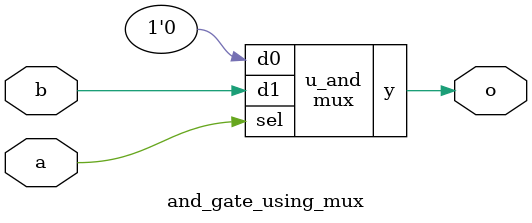
<source format=sv>

module mux
  (
    input  d0, d1,
    input  sel,
    output y
  );

  assign y = sel ? d1 : d0;

endmodule

//----------------------------------------------------------------------------
// Task
//----------------------------------------------------------------------------

module and_gate_using_mux
  (
    input  a,
    input  b,
    output o
  );

  // Task:
  // Implement and gate using instance(s) of mux,
  // constants 0 and 1, and wire connections
  mux u_and (.d0(1'b0), .d1(b), .sel(a), .y(o));
endmodule

</source>
